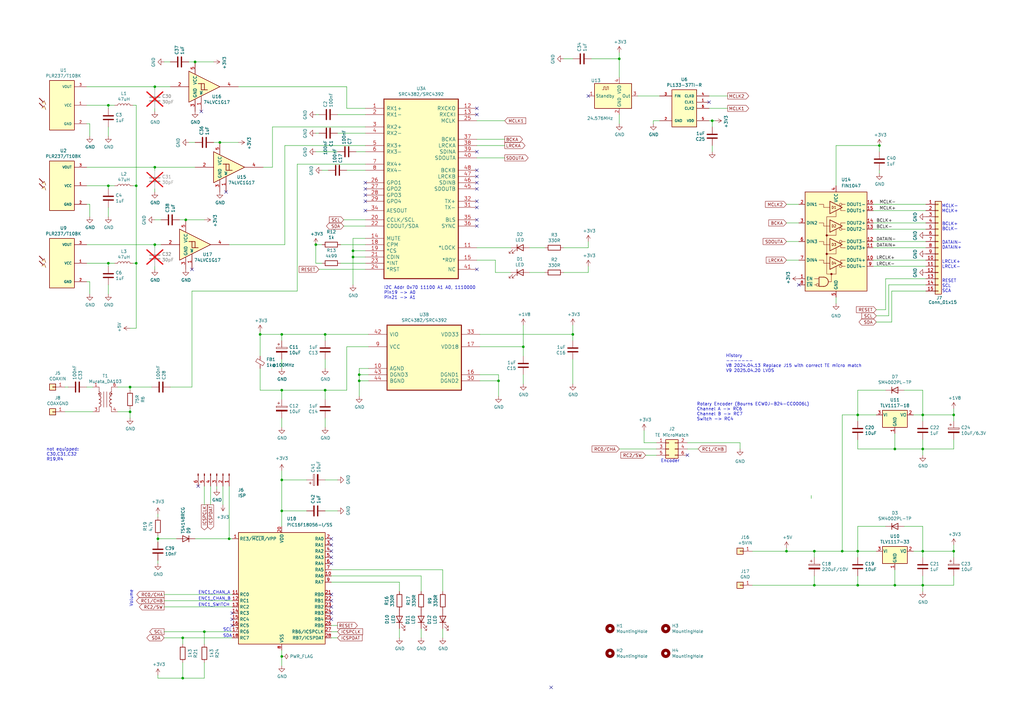
<source format=kicad_sch>
(kicad_sch (version 20250114) (generator "eeschema") (generator_version "9.0")
  (paper "A3")
  (title_block (title "Async sample rate converter") (date "2025-04-23") (rev "V9"))
  (text "ENC1_CHAN_B" (at 81.28 246.38 0) (effects (font (size 1.27 1.27)) (justify left bottom)))
  (text "I2C Addr 0x70 11100 A1 A0, 1110000\nPin19 -> A0\nPin21 -> A1\n\n\n" (at 157.48 127 0) (effects (font (size 1.27 1.27)) (justify left bottom)))
  (text "History\n-------\nV8 2024.04.13 Replace J15 with correct TE micro match\nV9 2025.04.20 LVDS" (at 297.688 149.098 0) (effects (font (size 1.27 1.27)) (justify left)))
  (text "ENC1_CHAN_A" (at 81.28 243.84 0) (effects (font (size 1.27 1.27)) (justify left bottom)))
  (text "SDA" (at 91.44 261.62 0) (effects (font (size 1.27 1.27)) (justify left bottom)))
  (text "DATAIN-\nDATAIN+" (at 390.398 100.584 0) (effects (font (size 1.27 1.27))))
  (text "LRCLK+\nLRCLK-" (at 390.144 108.458 0) (effects (font (size 1.27 1.27))))
  (text "MCLK-\nMCLK+" (at 389.636 85.598 0) (effects (font (size 1.27 1.27))))
  (text "ENC1_SWITCH" (at 81.28 248.92 0) (effects (font (size 1.27 1.27)) (justify left bottom)))
  (text "Rotary Encoder (Bourns ECW0J-B24-CC0006L)\nChannel A -> RC6\nChannel B -> RC7\nSwitch -> RC4" (at 285.75 172.72 0) (effects (font (size 1.27 1.27)) (justify left bottom)))
  (text "Volume" (at 54.61 248.92 90) (effects (font (size 1.27 1.27)) (justify left bottom)))
  (text "BCLK+\nBCLK-" (at 389.636 92.964 0) (effects (font (size 1.27 1.27))))
  (text "Encoder" (at 278.765 189.865 0) (effects (font (size 1.27 1.27)) (justify right bottom)))
  (text "not equipped:\nC30,C31,C32\nR19,R4" (at 19.05 189.23 0) (effects (font (size 1.27 1.27)) (justify left bottom)))
  (text "SCL" (at 91.44 259.08 0) (effects (font (size 1.27 1.27)) (justify left bottom)))
  (text "RESET\nSCL\nSCA" (at 386.334 117.348 0) (effects (font (size 1.27 1.27)) (justify left)))
  (junction (at 144.78 105.41))
  (junction (at 147.32 156.21))
  (junction (at 53.34 168.91))
  (junction (at 83.82 259.08))
  (junction (at 115.57 209.55))
  (junction (at 345.44 226.06))
  (junction (at 90.17 58.42))
  (junction (at 391.16 226.06))
  (junction (at 214.63 142.24))
  (junction (at 74.93 261.62))
  (junction (at 367.03 240.03))
  (junction (at 64.77 220.98))
  (junction (at 55.88 76.2))
  (junction (at 44.45 43.18))
  (junction (at 378.46 240.03))
  (junction (at 53.34 158.75))
  (junction (at 115.57 269.24))
  (junction (at 378.46 184.15))
  (junction (at 144.78 102.87))
  (junction (at 76.2 90.17))
  (junction (at 351.79 226.06))
  (junction (at 378.46 170.18))
  (junction (at 292.1 49.53))
  (junction (at 391.16 170.18))
  (junction (at 55.88 107.95))
  (junction (at 322.58 226.06))
  (junction (at 115.57 196.85))
  (junction (at 254 24.13))
  (junction (at 351.79 170.18))
  (junction (at 93.98 220.98))
  (junction (at 133.35 137.16))
  (junction (at 351.79 240.03))
  (junction (at 204.47 156.21))
  (junction (at 44.45 76.2))
  (junction (at 115.57 137.16))
  (junction (at 147.32 153.67))
  (junction (at 115.57 160.02))
  (junction (at 367.03 184.15))
  (junction (at 360.68 59.69))
  (junction (at 106.68 137.16))
  (junction (at 133.35 160.02))
  (junction (at 63.5 100.33))
  (junction (at 63.5 68.58))
  (junction (at 334.01 240.03))
  (junction (at 234.95 137.16))
  (junction (at 129.54 100.33))
  (junction (at 334.01 226.06))
  (junction (at 80.01 25.4))
  (junction (at 44.45 107.95))
  (junction (at 63.5 35.56))
  (junction (at 378.46 226.06))
  (junction (at 74.93 278.13))
  (no_connect (at 135.89 228.6))
  (no_connect (at 135.89 248.92))
  (no_connect (at 327.66 116.84))
  (no_connect (at 135.89 226.06))
  (no_connect (at 195.58 46.99))
  (no_connect (at 226.06 281.94))
  (no_connect (at 78.74 110.49))
  (no_connect (at 135.89 246.38))
  (no_connect (at 135.89 251.46))
  (no_connect (at 135.89 231.14))
  (no_connect (at 149.86 82.55))
  (no_connect (at 149.86 86.36))
  (no_connect (at 95.25 256.54))
  (no_connect (at 135.89 223.52))
  (no_connect (at 281.94 186.69))
  (no_connect (at 82.55 45.72))
  (no_connect (at 241.3 39.37))
  (no_connect (at 195.58 110.49))
  (no_connect (at 95.25 251.46))
  (no_connect (at 195.58 77.47))
  (no_connect (at 195.58 62.23))
  (no_connect (at 149.86 80.01))
  (no_connect (at 195.58 92.71))
  (no_connect (at 95.25 254))
  (no_connect (at 135.89 220.98))
  (no_connect (at 195.58 82.55))
  (no_connect (at 195.58 44.45))
  (no_connect (at 92.71 78.74))
  (no_connect (at 135.89 254))
  (no_connect (at 195.58 72.39))
  (no_connect (at 135.89 243.84))
  (no_connect (at 290.83 41.91))
  (no_connect (at 195.58 69.85))
  (no_connect (at 149.86 77.47))
  (no_connect (at 81.28 199.39))
  (no_connect (at 195.58 90.17))
  (no_connect (at 195.58 74.93))
  (no_connect (at 195.58 85.09))
  (no_connect (at 149.86 74.93))
  (wire (pts (xy 130.81 54.61) (xy 129.54 54.61)))
  (wire (pts (xy 367.03 184.15) (xy 351.79 184.15)))
  (wire (pts (xy 254 184.15) (xy 269.24 184.15)))
  (wire (pts (xy 46.99 43.18) (xy 44.45 43.18)))
  (wire (pts (xy 64.77 278.13) (xy 74.93 278.13)))
  (wire (pts (xy 303.53 181.61) (xy 303.53 184.15)))
  (wire (pts (xy 93.98 220.98) (xy 95.25 220.98)))
  (wire (pts (xy 35.56 68.58) (xy 63.5 68.58)))
  (wire (pts (xy 147.32 156.21) (xy 147.32 153.67)))
  (wire (pts (xy 363.22 114.3) (xy 379.73 114.3)))
  (wire (pts (xy 195.58 101.6) (xy 209.55 101.6)))
  (wire (pts (xy 63.5 36.83) (xy 63.5 35.56)))
  (wire (pts (xy 351.79 228.6) (xy 351.79 226.06)))
  (wire (pts (xy 44.45 77.47) (xy 44.45 76.2)))
  (wire (pts (xy 364.49 116.84) (xy 379.73 116.84)))
  (wire (pts (xy 378.46 160.02) (xy 370.84 160.02)))
  (wire (pts (xy 139.7 107.95) (xy 149.86 107.95)))
  (wire (pts (xy 351.79 170.18) (xy 359.41 170.18)))
  (wire (pts (xy 149.86 54.61) (xy 138.43 54.61)))
  (wire (pts (xy 93.98 199.39) (xy 93.98 220.98)))
  (wire (pts (xy 133.35 151.13) (xy 133.35 147.32)))
  (wire (pts (xy 378.46 170.18) (xy 374.65 170.18)))
  (wire (pts (xy 195.58 49.53) (xy 207.01 49.53)))
  (wire (pts (xy 322.58 99.06) (xy 327.66 99.06)))
  (wire (pts (xy 378.46 228.6) (xy 378.46 226.06)))
  (wire (pts (xy 111.76 68.58) (xy 111.76 52.07)))
  (wire (pts (xy 342.9 59.69) (xy 360.68 59.69)))
  (wire (pts (xy 73.66 90.17) (xy 76.2 90.17)))
  (wire (pts (xy 142.24 69.85) (xy 149.86 69.85)))
  (wire (pts (xy 90.17 58.42) (xy 97.79 58.42)))
  (wire (pts (xy 77.47 58.42) (xy 80.01 58.42)))
  (wire (pts (xy 80.01 25.4) (xy 87.63 25.4)))
  (wire (pts (xy 86.36 199.39) (xy 86.36 207.01)))
  (wire (pts (xy 351.79 172.72) (xy 351.79 170.18)))
  (wire (pts (xy 358.14 99.06) (xy 379.73 99.06)))
  (wire (pts (xy 53.34 171.45) (xy 53.34 168.91)))
  (wire (pts (xy 234.95 133.35) (xy 234.95 137.16)))
  (wire (pts (xy 133.35 137.16) (xy 115.57 137.16)))
  (wire (pts (xy 359.41 129.54) (xy 364.49 129.54)))
  (wire (pts (xy 64.77 212.09) (xy 64.77 210.82)))
  (wire (pts (xy 149.86 46.99) (xy 138.43 46.99)))
  (wire (pts (xy 142.24 35.56) (xy 142.24 44.45)))
  (wire (pts (xy 378.46 186.69) (xy 378.46 184.15)))
  (wire (pts (xy 134.62 69.85) (xy 132.08 69.85)))
  (wire (pts (xy 88.9 199.39) (xy 88.9 200.66)))
  (wire (pts (xy 204.47 153.67) (xy 204.47 156.21)))
  (wire (pts (xy 135.89 233.68) (xy 181.61 233.68)))
  (wire (pts (xy 358.14 109.22) (xy 379.73 109.22)))
  (wire (pts (xy 133.35 139.7) (xy 133.35 137.16)))
  (wire (pts (xy 391.16 184.15) (xy 391.16 180.34)))
  (wire (pts (xy 359.41 132.08) (xy 365.76 132.08)))
  (wire (pts (xy 83.82 259.08) (xy 83.82 264.16)))
  (wire (pts (xy 35.56 76.2) (xy 44.45 76.2)))
  (wire (pts (xy 44.45 120.65) (xy 44.45 116.84)))
  (wire (pts (xy 308.61 226.06) (xy 322.58 226.06)))
  (wire (pts (xy 64.77 220.98) (xy 72.39 220.98)))
  (wire (pts (xy 121.92 67.31) (xy 149.86 67.31)))
  (wire (pts (xy 63.5 100.33) (xy 35.56 100.33)))
  (wire (pts (xy 64.77 219.71) (xy 64.77 220.98)))
  (wire (pts (xy 264.16 181.61) (xy 264.16 176.53)))
  (wire (pts (xy 115.57 137.16) (xy 106.68 137.16)))
  (wire (pts (xy 332.74 204.47) (xy 332.74 203.2)))
  (wire (pts (xy 132.08 100.33) (xy 129.54 100.33)))
  (wire (pts (xy 172.72 257.81) (xy 172.72 261.62)))
  (wire (pts (xy 351.79 184.15) (xy 351.79 180.34)))
  (wire (pts (xy 358.14 101.6) (xy 379.73 101.6)))
  (wire (pts (xy 334.01 226.06) (xy 345.44 226.06)))
  (wire (pts (xy 147.32 162.56) (xy 147.32 156.21)))
  (wire (pts (xy 132.08 107.95) (xy 129.54 107.95)))
  (wire (pts (xy 133.35 160.02) (xy 133.35 163.83)))
  (wire (pts (xy 290.83 44.45) (xy 298.45 44.45)))
  (wire (pts (xy 334.01 226.06) (xy 334.01 228.6)))
  (wire (pts (xy 106.68 137.16) (xy 106.68 135.89)))
  (wire (pts (xy 35.56 35.56) (xy 63.5 35.56)))
  (wire (pts (xy 358.14 86.36) (xy 379.73 86.36)))
  (wire (pts (xy 133.35 196.85) (xy 138.43 196.85)))
  (wire (pts (xy 35.56 158.75) (xy 38.1 158.75)))
  (wire (pts (xy 365.76 119.38) (xy 379.73 119.38)))
  (wire (pts (xy 67.31 25.4) (xy 69.85 25.4)))
  (wire (pts (xy 64.77 231.14) (xy 64.77 229.87)))
  (wire (pts (xy 129.54 107.95) (xy 129.54 100.33)))
  (wire (pts (xy 378.46 236.22) (xy 378.46 240.03)))
  (wire (pts (xy 378.46 184.15) (xy 391.16 184.15)))
  (wire (pts (xy 63.5 78.74) (xy 63.5 77.47)))
  (wire (pts (xy 115.57 175.26) (xy 115.57 171.45)))
  (wire (pts (xy 63.5 45.72) (xy 63.5 44.45)))
  (wire (pts (xy 351.79 170.18) (xy 345.44 170.18)))
  (wire (pts (xy 214.63 133.35) (xy 214.63 142.24)))
  (wire (pts (xy 130.81 110.49) (xy 149.86 110.49)))
  (wire (pts (xy 115.57 273.05) (xy 115.57 269.24)))
  (wire (pts (xy 139.7 100.33) (xy 149.86 100.33)))
  (wire (pts (xy 142.24 142.24) (xy 142.24 160.02)))
  (wire (pts (xy 151.13 156.21) (xy 147.32 156.21)))
  (wire (pts (xy 363.22 127) (xy 359.41 127)))
  (wire (pts (xy 133.35 209.55) (xy 138.43 209.55)))
  (wire (pts (xy 363.22 215.9) (xy 351.79 215.9)))
  (wire (pts (xy 133.35 175.26) (xy 133.35 171.45)))
  (wire (pts (xy 254 24.13) (xy 254 21.59)))
  (wire (pts (xy 135.89 236.22) (xy 172.72 236.22)))
  (wire (pts (xy 27.94 158.75) (xy 26.67 158.75)))
  (wire (pts (xy 214.63 146.05) (xy 214.63 142.24)))
  (wire (pts (xy 97.79 35.56) (xy 142.24 35.56)))
  (wire (pts (xy 67.31 246.38) (xy 95.25 246.38)))
  (wire (pts (xy 147.32 153.67) (xy 151.13 153.67)))
  (wire (pts (xy 26.67 168.91) (xy 38.1 168.91)))
  (wire (pts (xy 254 50.8) (xy 254 46.99)))
  (wire (pts (xy 129.54 62.23) (xy 138.43 62.23)))
  (wire (pts (xy 115.57 196.85) (xy 115.57 209.55)))
  (wire (pts (xy 391.16 167.64) (xy 391.16 170.18)))
  (wire (pts (xy 231.14 111.76) (xy 241.3 111.76)))
  (wire (pts (xy 115.57 151.13) (xy 115.57 147.32)))
  (wire (pts (xy 378.46 180.34) (xy 378.46 184.15)))
  (wire (pts (xy 322.58 91.44) (xy 327.66 91.44)))
  (wire (pts (xy 55.88 107.95) (xy 55.88 76.2)))
  (wire (pts (xy 36.83 83.82) (xy 35.56 83.82)))
  (wire (pts (xy 63.5 110.49) (xy 63.5 109.22)))
  (wire (pts (xy 292.1 52.07) (xy 292.1 49.53)))
  (wire (pts (xy 149.86 92.71) (xy 140.97 92.71)))
  (wire (pts (xy 116.84 59.69) (xy 149.86 59.69)))
  (wire (pts (xy 203.2 106.68) (xy 195.58 106.68)))
  (wire (pts (xy 163.83 242.57) (xy 163.83 238.76)))
  (wire (pts (xy 55.88 76.2) (xy 55.88 43.18)))
  (wire (pts (xy 391.16 240.03) (xy 391.16 236.22)))
  (wire (pts (xy 334.01 240.03) (xy 334.01 236.22)))
  (wire (pts (xy 83.82 259.08) (xy 95.25 259.08)))
  (wire (pts (xy 364.49 129.54) (xy 364.49 116.84)))
  (wire (pts (xy 63.5 69.85) (xy 63.5 68.58)))
  (wire (pts (xy 111.76 52.07) (xy 149.86 52.07)))
  (wire (pts (xy 142.24 44.45) (xy 149.86 44.45)))
  (wire (pts (xy 378.46 242.57) (xy 378.46 240.03)))
  (wire (pts (xy 115.57 163.83) (xy 115.57 160.02)))
  (wire (pts (xy 64.77 220.98) (xy 64.77 222.25)))
  (wire (pts (xy 351.79 226.06) (xy 359.41 226.06)))
  (wire (pts (xy 135.89 238.76) (xy 163.83 238.76)))
  (wire (pts (xy 358.14 83.82) (xy 379.73 83.82)))
  (wire (pts (xy 281.94 181.61) (xy 303.53 181.61)))
  (wire (pts (xy 209.55 111.76) (xy 203.2 111.76)))
  (wire (pts (xy 241.3 101.6) (xy 241.3 99.06)))
  (wire (pts (xy 254 24.13) (xy 254 31.75)))
  (wire (pts (xy 44.45 44.45) (xy 44.45 43.18)))
  (wire (pts (xy 46.99 107.95) (xy 44.45 107.95)))
  (wire (pts (xy 144.78 105.41) (xy 144.78 102.87)))
  (wire (pts (xy 63.5 90.17) (xy 66.04 90.17)))
  (wire (pts (xy 151.13 137.16) (xy 133.35 137.16)))
  (wire (pts (xy 378.46 226.06) (xy 374.65 226.06)))
  (wire (pts (xy 351.79 160.02) (xy 351.79 170.18)))
  (wire (pts (xy 133.35 160.02) (xy 142.24 160.02)))
  (wire (pts (xy 83.82 278.13) (xy 83.82 271.78)))
  (wire (pts (xy 378.46 240.03) (xy 391.16 240.03)))
  (wire (pts (xy 44.45 109.22) (xy 44.45 107.95)))
  (wire (pts (xy 204.47 156.21) (xy 196.85 156.21)))
  (wire (pts (xy 149.86 62.23) (xy 146.05 62.23)))
  (wire (pts (xy 115.57 160.02) (xy 106.68 160.02)))
  (wire (pts (xy 74.93 261.62) (xy 74.93 264.16)))
  (wire (pts (xy 358.14 93.98) (xy 379.73 93.98)))
  (wire (pts (xy 67.31 261.62) (xy 74.93 261.62)))
  (wire (pts (xy 391.16 170.18) (xy 378.46 170.18)))
  (wire (pts (xy 360.68 71.12) (xy 360.68 69.85)))
  (wire (pts (xy 261.62 39.37) (xy 270.51 39.37)))
  (wire (pts (xy 144.78 116.84) (xy 144.78 105.41)))
  (wire (pts (xy 195.58 59.69) (xy 207.01 59.69)))
  (wire (pts (xy 214.63 142.24) (xy 196.85 142.24)))
  (wire (pts (xy 342.9 76.2) (xy 342.9 59.69)))
  (wire (pts (xy 36.83 115.57) (xy 35.56 115.57)))
  (wire (pts (xy 290.83 39.37) (xy 298.45 39.37)))
  (wire (pts (xy 345.44 226.06) (xy 351.79 226.06)))
  (wire (pts (xy 281.94 184.15) (xy 286.385 184.15)))
  (wire (pts (xy 135.89 261.62) (xy 138.43 261.62)))
  (wire (pts (xy 351.79 215.9) (xy 351.79 226.06)))
  (wire (pts (xy 367.03 184.15) (xy 367.03 177.8)))
  (wire (pts (xy 351.79 240.03) (xy 334.01 240.03)))
  (wire (pts (xy 293.37 49.53) (xy 292.1 49.53)))
  (wire (pts (xy 358.14 106.68) (xy 379.73 106.68)))
  (wire (pts (xy 203.2 111.76) (xy 203.2 106.68)))
  (wire (pts (xy 69.85 158.75) (xy 78.74 158.75)))
  (wire (pts (xy 67.31 243.84) (xy 95.25 243.84)))
  (wire (pts (xy 53.34 158.75) (xy 62.23 158.75)))
  (wire (pts (xy 36.83 88.9) (xy 36.83 83.82)))
  (wire (pts (xy 115.57 193.04) (xy 115.57 196.85)))
  (wire (pts (xy 48.26 158.75) (xy 53.34 158.75)))
  (wire (pts (xy 63.5 35.56) (xy 69.85 35.56)))
  (wire (pts (xy 135.89 259.08) (xy 138.43 259.08)))
  (wire (pts (xy 322.58 83.82) (xy 327.66 83.82)))
  (wire (pts (xy 44.45 55.88) (xy 44.45 52.07)))
  (wire (pts (xy 36.83 50.8) (xy 35.56 50.8)))
  (wire (pts (xy 53.34 134.62) (xy 55.88 134.62)))
  (wire (pts (xy 367.03 240.03) (xy 351.79 240.03)))
  (wire (pts (xy 217.17 111.76) (xy 223.52 111.76)))
  (wire (pts (xy 172.72 236.22) (xy 172.72 242.57)))
  (wire (pts (xy 129.54 46.99) (xy 130.81 46.99)))
  (wire (pts (xy 269.24 181.61) (xy 264.16 181.61)))
  (wire (pts (xy 378.46 170.18) (xy 378.46 160.02)))
  (wire (pts (xy 345.44 170.18) (xy 345.44 226.06)))
  (wire (pts (xy 93.98 100.33) (xy 116.84 100.33)))
  (wire (pts (xy 35.56 107.95) (xy 44.45 107.95)))
  (wire (pts (xy 67.31 259.08) (xy 83.82 259.08)))
  (wire (pts (xy 144.78 102.87) (xy 149.86 102.87)))
  (wire (pts (xy 64.77 276.86) (xy 64.77 278.13)))
  (wire (pts (xy 195.58 57.15) (xy 207.01 57.15)))
  (wire (pts (xy 80.01 220.98) (xy 93.98 220.98)))
  (wire (pts (xy 77.47 25.4) (xy 80.01 25.4)))
  (wire (pts (xy 308.61 240.03) (xy 334.01 240.03)))
  (wire (pts (xy 363.22 160.02) (xy 351.79 160.02)))
  (wire (pts (xy 151.13 151.13) (xy 147.32 151.13)))
  (wire (pts (xy 78.74 119.38) (xy 78.74 158.75)))
  (wire (pts (xy 217.17 101.6) (xy 223.52 101.6)))
  (wire (pts (xy 149.86 97.79) (xy 144.78 97.79)))
  (wire (pts (xy 55.88 107.95) (xy 55.88 134.62)))
  (wire (pts (xy 351.79 240.03) (xy 351.79 236.22)))
  (wire (pts (xy 241.3 111.76) (xy 241.3 109.22)))
  (wire (pts (xy 292.1 62.23) (xy 292.1 59.69)))
  (wire (pts (xy 267.97 49.53) (xy 270.51 49.53)))
  (wire (pts (xy 48.26 168.91) (xy 53.34 168.91)))
  (wire (pts (xy 74.93 261.62) (xy 95.25 261.62)))
  (wire (pts (xy 36.83 120.65) (xy 36.83 115.57)))
  (wire (pts (xy 63.5 101.6) (xy 63.5 100.33)))
  (wire (pts (xy 115.57 209.55) (xy 115.57 215.9)))
  (wire (pts (xy 83.82 199.39) (xy 83.82 207.01)))
  (wire (pts (xy 234.95 137.16) (xy 234.95 139.7)))
  (wire (pts (xy 163.83 257.81) (xy 163.83 261.62)))
  (wire (pts (xy 142.24 142.24) (xy 151.13 142.24)))
  (wire (pts (xy 322.58 224.79) (xy 322.58 226.06)))
  (wire (pts (xy 267.97 50.8) (xy 267.97 49.53)))
  (wire (pts (xy 196.85 153.67) (xy 204.47 153.67)))
  (wire (pts (xy 55.88 76.2) (xy 54.61 76.2)))
  (wire (pts (xy 391.16 172.72) (xy 391.16 170.18)))
  (wire (pts (xy 322.58 226.06) (xy 334.01 226.06)))
  (wire (pts (xy 55.88 107.95) (xy 54.61 107.95)))
  (wire (pts (xy 322.58 106.68) (xy 327.66 106.68)))
  (wire (pts (xy 91.44 199.39) (xy 91.44 207.01)))
  (wire (pts (xy 378.46 184.15) (xy 367.03 184.15)))
  (wire (pts (xy 363.22 114.3) (xy 363.22 127)))
  (wire (pts (xy 121.92 119.38) (xy 78.74 119.38)))
  (wire (pts (xy 106.68 151.13) (xy 106.68 160.02)))
  (wire (pts (xy 115.57 160.02) (xy 133.35 160.02)))
  (wire (pts (xy 121.92 67.31) (xy 121.92 119.38)))
  (wire (pts (xy 74.93 271.78) (xy 74.93 278.13)))
  (wire (pts (xy 391.16 226.06) (xy 378.46 226.06)))
  (wire (pts (xy 367.03 240.03) (xy 367.03 233.68)))
  (wire (pts (xy 391.16 223.52) (xy 391.16 226.06)))
  (wire (pts (xy 292.1 49.53) (xy 290.83 49.53)))
  (wire (pts (xy 149.86 105.41) (xy 144.78 105.41)))
  (wire (pts (xy 53.34 168.91) (xy 53.34 167.64)))
  (wire (pts (xy 115.57 269.24) (xy 115.57 266.7)))
  (wire (pts (xy 360.68 59.69) (xy 360.68 62.23)))
  (wire (pts (xy 181.61 233.68) (xy 181.61 242.57)))
  (wire (pts (xy 378.46 226.06) (xy 378.46 215.9)))
  (wire (pts (xy 214.63 157.48) (xy 214.63 153.67)))
  (wire (pts (xy 54.61 43.18) (xy 55.88 43.18)))
  (wire (pts (xy 234.95 157.48) (xy 234.95 147.32)))
  (wire (pts (xy 207.01 64.77) (xy 195.58 64.77)))
  (wire (pts (xy 36.83 55.88) (xy 36.83 50.8)))
  (wire (pts (xy 391.16 228.6) (xy 391.16 226.06)))
  (wire (pts (xy 53.34 160.02) (xy 53.34 158.75)))
  (wire (pts (xy 342.9 121.92) (xy 342.9 124.46)))
  (wire (pts (xy 147.32 151.13) (xy 147.32 153.67)))
  (wire (pts (xy 116.84 59.69) (xy 116.84 100.33)))
  (wire (pts (xy 63.5 68.58) (xy 80.01 68.58)))
  (wire (pts (xy 378.46 172.72) (xy 378.46 170.18)))
  (wire (pts (xy 115.57 196.85) (xy 125.73 196.85)))
  (wire (pts (xy 135.89 256.54) (xy 138.43 256.54)))
  (wire (pts (xy 378.46 240.03) (xy 367.03 240.03)))
  (wire (pts (xy 74.93 278.13) (xy 83.82 278.13)))
  (wire (pts (xy 125.73 209.55) (xy 115.57 209.55)))
  (wire (pts (xy 181.61 257.81) (xy 181.61 261.62)))
  (wire (pts (xy 115.57 137.16) (xy 115.57 139.7)))
  (wire (pts (xy 231.14 101.6) (xy 241.3 101.6)))
  (wire (pts (xy 231.14 24.13) (xy 234.95 24.13)))
  (wire (pts (xy 35.56 43.18) (xy 44.45 43.18)))
  (wire (pts (xy 87.63 58.42) (xy 90.17 58.42)))
  (wire (pts (xy 46.99 76.2) (xy 44.45 76.2)))
  (wire (pts (xy 254 24.13) (xy 242.57 24.13)))
  (wire (pts (xy 264.795 186.69) (xy 269.24 186.69)))
  (wire (pts (xy 378.46 215.9) (xy 370.84 215.9)))
  (wire (pts (xy 106.68 146.05) (xy 106.68 137.16)))
  (wire (pts (xy 144.78 97.79) (xy 144.78 102.87)))
  (wire (pts (xy 365.76 132.08) (xy 365.76 119.38)))
  (wire (pts (xy 107.95 68.58) (xy 111.76 68.58)))
  (wire (pts (xy 76.2 90.17) (xy 83.82 90.17)))
  (wire (pts (xy 67.31 248.92) (xy 95.25 248.92)))
  (wire (pts (xy 44.45 88.9) (xy 44.45 85.09)))
  (wire (pts (xy 63.5 100.33) (xy 66.04 100.33)))
  (wire (pts (xy 358.14 91.44) (xy 379.73 91.44)))
  (wire (pts (xy 204.47 162.56) (xy 204.47 156.21)))
  (wire (pts (xy 140.97 90.17) (xy 149.86 90.17)))
  (wire (pts (xy 196.85 137.16) (xy 234.95 137.16)))
  (label "LRCLK-" (at 359.41 109.22 0))
  (label "DATAIN+" (at 359.41 101.6 0))
  (label "BCLK+" (at 359.41 91.44 0))
  (label "MCLK+" (at 360.68 86.36 0))
  (label "BCLK-" (at 359.41 93.98 0))
  (label "LRCLK+" (at 359.41 106.68 0))
  (label "DATAIN-" (at 359.41 99.06 0))
  (label "MCLK-" (at 360.68 83.82 0))
  (global_label "SCL" (shape input) (at 140.97 90.17 180) (property "Intersheetrefs" "${INTERSHEET_REFS}" (effects (hide yes))))
  (global_label "MCLK1" (shape input) (at 207.01 49.53 0) (property "Intersheetrefs" "${INTERSHEET_REFS}" (effects (hide yes))))
  (global_label "RC2{slash}SW" (shape input) (at 264.795 186.69 180) (property "Intersheetrefs" "${INTERSHEET_REFS}" (effects (hide yes))))
  (global_label "LRCKA" (shape input) (at 322.58 106.68 180) (property "Intersheetrefs" "${INTERSHEET_REFS}" (effects (hide yes))))
  (global_label "LRCKA" (shape output) (at 207.01 59.69 0) (property "Intersheetrefs" "${INTERSHEET_REFS}" (effects (hide yes))))
  (global_label "SDA" (shape bidirectional) (at 67.31 261.62 180) (property "Intersheetrefs" "${INTERSHEET_REFS}" (effects (hide yes))))
  (global_label "SCL" (shape output) (at 67.31 259.08 180) (property "Intersheetrefs" "${INTERSHEET_REFS}" (effects (hide yes))))
  (global_label "RC0{slash}CHA" (shape input) (at 254 184.15 180) (property "Intersheetrefs" "${INTERSHEET_REFS}" (effects (hide yes))))
  (global_label "SCL" (shape input) (at 359.41 129.54 180) (property "Intersheetrefs" "${INTERSHEET_REFS}" (effects (hide yes))))
  (global_label "SDA" (shape bidirectional) (at 140.97 92.71 180) (property "Intersheetrefs" "${INTERSHEET_REFS}" (effects (hide yes))))
  (global_label "SDA" (shape bidirectional) (at 359.41 132.08 180) (property "Intersheetrefs" "${INTERSHEET_REFS}" (effects (hide yes))))
  (global_label "RESET" (shape output) (at 138.43 256.54 0) (property "Intersheetrefs" "${INTERSHEET_REFS}" (effects (hide yes))))
  (global_label "RC0{slash}CHA" (shape output) (at 67.31 243.84 180) (property "Intersheetrefs" "${INTERSHEET_REFS}" (effects (hide yes))))
  (global_label "MCLK1" (shape output) (at 298.45 44.45 0) (property "Intersheetrefs" "${INTERSHEET_REFS}" (effects (hide yes))))
  (global_label "ICSPCLK" (shape output) (at 83.82 207.01 270) (property "Intersheetrefs" "${INTERSHEET_REFS}" (effects (hide yes))))
  (global_label "RC1{slash}CHB" (shape input) (at 286.385 184.15 0) (property "Intersheetrefs" "${INTERSHEET_REFS}" (effects (hide yes))))
  (global_label "SDOUTA" (shape output) (at 207.01 64.77 0) (property "Intersheetrefs" "${INTERSHEET_REFS}" (effects (hide yes))))
  (global_label "RESET" (shape input) (at 130.81 110.49 180) (property "Intersheetrefs" "${INTERSHEET_REFS}" (effects (hide yes))))
  (global_label "MCLK2" (shape input) (at 322.58 83.82 180) (property "Intersheetrefs" "${INTERSHEET_REFS}" (effects (hide yes))))
  (global_label "RC1{slash}CHB" (shape output) (at 67.31 246.38 180) (property "Intersheetrefs" "${INTERSHEET_REFS}" (effects (hide yes))))
  (global_label "MCLK2" (shape output) (at 298.45 39.37 0) (property "Intersheetrefs" "${INTERSHEET_REFS}" (effects (hide yes))))
  (global_label "BCKA" (shape input) (at 322.58 91.44 180) (property "Intersheetrefs" "${INTERSHEET_REFS}" (effects (hide yes))))
  (global_label "RESET" (shape input) (at 359.41 127 180) (property "Intersheetrefs" "${INTERSHEET_REFS}" (effects (hide yes))))
  (global_label "ICSPDAT" (shape output) (at 86.36 207.01 270) (property "Intersheetrefs" "${INTERSHEET_REFS}" (effects (hide yes))))
  (global_label "BCKA" (shape output) (at 207.01 57.15 0) (property "Intersheetrefs" "${INTERSHEET_REFS}" (effects (hide yes))))
  (global_label "ICSPDAT" (shape input) (at 138.43 261.62 0) (property "Intersheetrefs" "${INTERSHEET_REFS}" (effects (hide yes))))
  (global_label "SDOUTA" (shape input) (at 322.58 99.06 180) (property "Intersheetrefs" "${INTERSHEET_REFS}" (effects (hide yes))))
  (global_label "RC2{slash}SW" (shape output) (at 67.31 248.92 180) (property "Intersheetrefs" "${INTERSHEET_REFS}" (effects (hide yes))))
  (global_label "ICSPCLK" (shape input) (at 138.43 259.08 0) (property "Intersheetrefs" "${INTERSHEET_REFS}" (effects (hide yes))))
  (symbol (lib_id "kicad-snk:SRC4392") (at 149.86 44.45 0) (unit 1)
    (property "Reference" "U3" (at 172.72 36.322 0))
    (property "Value" "SRC4382/SRC4392" (at 172.72 38.6334 0))
    (property "Footprint" "Package_QFP:TQFP-48_7x7mm_P0.5mm" (effects (hide yes)))
    (property "manf#" "SRC4392IPFBR" (effects (hide yes)))
  )
  (symbol (lib_id "kicad-snk:SRC4392") (at 151.13 137.16 0) (unit 2)
    (property "Reference" "U3" (at 173.99 129.032 0))
    (property "Value" "SRC4382/SRC4392" (at 173.99 131.3434 0))
    (property "Footprint" "Package_QFP:TQFP-48_7x7mm_P0.5mm" (effects (hide yes)))
    (property "manf#" "SRC4392IPFBR" (effects (hide yes)))
  )
  (symbol (lib_id "kicad-snk:PLR135-T10") (at 25.4 43.18 0) (mirror y) (unit 1)
    (property "Reference" "U1" (at 26.0096 28.7782 0))
    (property "Value" "PLR237/T10BK" (at 26.0096 31.0896 0))
    (property "Footprint" "PLR135-T10_PLT133-T10W" (effects (hide yes)))
    (property "manf#" "PLR135/T10" (effects (hide yes)))
  )
  (symbol (lib_id "Device:C") (at 134.62 46.99 270) (unit 1)
    (property "Reference" "C2" (at 133.4516 44.069 0) (effects (justify right)))
    (property "Value" "100nF" (at 135.763 44.069 0) (effects (justify right)))
    (property "Footprint" "Capacitor_SMD:C_0402_1005Metric_Pad0.74x0.62mm_HandSolder" (effects (hide yes)))
    (property "manf#" "CL10B104KB8NNNL" (effects (hide yes)))
  )
  (symbol (lib_id "Device:C") (at 134.62 54.61 90) (unit 1)
    (property "Reference" "C1" (at 135.7884 57.531 0) (effects (justify right)))
    (property "Value" "100nF" (at 133.477 57.531 0) (effects (justify right)))
    (property "Footprint" "Capacitor_SMD:C_0402_1005Metric_Pad0.74x0.62mm_HandSolder" (effects (hide yes)))
    (property "manf#" "CL10B104KB8NNNL" (effects (hide yes)))
  )
  (symbol (lib_id "Device:LED") (at 213.36 101.6 0) (unit 1)
    (property "Reference" "D2" (at 213.1822 96.0882 0))
    (property "Value" "LED" (at 213.1822 98.3996 0))
    (property "Footprint" "LED_SMD:LED_0603_1608Metric_Pad1.05x0.95mm_HandSolder" (effects (hide yes)))
    (property "manf#" "LG R971-KN-1" (effects (hide yes)))
  )
  (symbol (lib_id "Device:LED") (at 213.36 111.76 0) (unit 1)
    (property "Reference" "D1" (at 213.1822 106.2482 0))
    (property "Value" "LED" (at 213.1822 108.5596 0))
    (property "Footprint" "LED_SMD:LED_0603_1608Metric_Pad1.05x0.95mm_HandSolder" (effects (hide yes)))
    (property "manf#" "LG R971-KN-1" (effects (hide yes)))
  )
  (symbol (lib_id "Mechanical:MountingHole") (at 250.19 257.81 0) (unit 1)
    (property "Reference" "H1" (at 252.73 256.6416 0) (effects (justify left)))
    (property "Value" "MountingHole" (at 252.73 258.953 0) (effects (justify left)))
    (property "Footprint" "MountingHole:MountingHole_3.2mm_M3_Pad_Via" (effects (hide yes)))
  )
  (symbol (lib_id "Mechanical:MountingHole") (at 273.05 257.81 0) (unit 1)
    (property "Reference" "H3" (at 275.59 256.6416 0) (effects (justify left)))
    (property "Value" "MountingHole" (at 275.59 258.953 0) (effects (justify left)))
    (property "Footprint" "MountingHole:MountingHole_3.2mm_M3_Pad_Via" (effects (hide yes)))
  )
  (symbol (lib_id "Mechanical:MountingHole") (at 250.19 267.97 0) (unit 1)
    (property "Reference" "H2" (at 252.73 266.8016 0) (effects (justify left)))
    (property "Value" "MountingHole" (at 252.73 269.113 0) (effects (justify left)))
    (property "Footprint" "MountingHole:MountingHole_3.2mm_M3_Pad_Via" (effects (hide yes)))
  )
  (symbol (lib_id "Mechanical:MountingHole") (at 273.05 267.97 0) (unit 1)
    (property "Reference" "H4" (at 275.59 266.8016 0) (effects (justify left)))
    (property "Value" "MountingHole" (at 275.59 269.113 0) (effects (justify left)))
    (property "Footprint" "MountingHole:MountingHole_3.2mm_M3_Pad_Via" (effects (hide yes)))
  )
  (symbol (lib_id "Device:R") (at 227.33 101.6 270) (unit 1)
    (property "Reference" "R3" (at 227.33 96.3422 90))
    (property "Value" "330R" (at 227.33 98.6536 90))
    (property "Footprint" "Resistor_SMD:R_0603_1608Metric_Pad0.98x0.95mm_HandSolder" (effects (hide yes)))
    (property "manf#" "RT0603FRD07330RL" (effects (hide yes)))
  )
  (symbol (lib_id "Device:R") (at 227.33 111.76 270) (unit 1)
    (property "Reference" "R2" (at 227.33 106.5022 90))
    (property "Value" "330R" (at 227.33 108.8136 90))
    (property "Footprint" "Resistor_SMD:R_0603_1608Metric_Pad0.98x0.95mm_HandSolder" (effects (hide yes)))
    (property "manf#" "RT0603FRD07330RL" (effects (hide yes)))
  )
  (symbol (lib_id "power:+3.3V") (at 241.3 99.06 0) (unit 1)
    (property "Reference" "#PWR0101" (effects (hide yes)))
    (property "Value" "+3V3" (at 241.681 94.6658 0))
  )
  (symbol (lib_id "power:+3.3V") (at 241.3 109.22 0) (unit 1)
    (property "Reference" "#PWR0102" (effects (hide yes)))
    (property "Value" "+3V3" (at 241.681 104.8258 0))
  )
  (symbol (lib_id "Device:C") (at 44.45 48.26 180) (unit 1)
    (property "Reference" "C3" (at 47.371 47.0916 0) (effects (justify right)))
    (property "Value" "1uF" (at 47.371 49.403 0) (effects (justify right)))
    (property "Footprint" "Capacitor_SMD:C_0603_1608Metric_Pad1.08x0.95mm_HandSolder" (effects (hide yes)))
    (property "manf#" "CL10B104KB8NNNL" (effects (hide yes)))
  )
  (symbol (lib_id "power:GND") (at 36.83 55.88 0) (unit 1)
    (property "Reference" "#PWR0104" (effects (hide yes)))
    (property "Value" "GND" (at 36.957 60.2742 0))
  )
  (symbol (lib_id "power:GND") (at 44.45 55.88 0) (unit 1)
    (property "Reference" "#PWR0105" (effects (hide yes)))
    (property "Value" "GND" (at 44.577 60.2742 0))
  )
  (symbol (lib_id "kicad-snk:PLR135-T10") (at 25.4 76.2 0) (mirror y) (unit 1)
    (property "Reference" "U2" (at 26.0096 61.7982 0))
    (property "Value" "PLR237/T10BK" (at 26.0096 64.1096 0))
    (property "Footprint" "PLR135-T10_PLT133-T10W" (effects (hide yes)))
    (property "manf#" "PLR135/T10" (effects (hide yes)))
  )
  (symbol (lib_id "Device:C") (at 44.45 81.28 180) (unit 1)
    (property "Reference" "C4" (at 47.371 80.1116 0) (effects (justify right)))
    (property "Value" "1uF" (at 47.371 82.423 0) (effects (justify right)))
    (property "Footprint" "Capacitor_SMD:C_0603_1608Metric_Pad1.08x0.95mm_HandSolder" (effects (hide yes)))
    (property "manf#" "CL10B104KB8NNNL" (effects (hide yes)))
  )
  (symbol (lib_id "power:GND") (at 36.83 88.9 0) (unit 1)
    (property "Reference" "#PWR0107" (effects (hide yes)))
    (property "Value" "GND" (at 36.957 93.2942 0))
  )
  (symbol (lib_id "power:GND") (at 44.45 88.9 0) (unit 1)
    (property "Reference" "#PWR0108" (effects (hide yes)))
    (property "Value" "GND" (at 44.577 93.2942 0))
  )
  (symbol (lib_id "power:GND") (at 129.54 46.99 270) (unit 1)
    (property "Reference" "#PWR0109" (effects (hide yes)))
    (property "Value" "GND" (at 125.1458 47.117 0))
  )
  (symbol (lib_id "power:GND") (at 129.54 54.61 270) (unit 1)
    (property "Reference" "#PWR0110" (effects (hide yes)))
    (property "Value" "GND" (at 125.1458 54.737 0))
  )
  (symbol (lib_id "Device:C") (at 133.35 143.51 180) (unit 1)
    (property "Reference" "C13" (at 130.429 144.6784 0) (effects (justify left)))
    (property "Value" "1uF" (at 130.429 142.367 0) (effects (justify left)))
    (property "Footprint" "Capacitor_SMD:C_0603_1608Metric_Pad1.08x0.95mm_HandSolder" (effects (hide yes)))
    (property "manf#" "CL10B104KB8NNNL" (effects (hide yes)))
  )
  (symbol (lib_id "dac-rescue:CP-Device") (at 115.57 143.51 0) (unit 1)
    (property "Reference" "C11" (at 118.5672 142.3416 0) (effects (justify left)))
    (property "Value" "10uF" (at 118.5672 144.653 0) (effects (justify left)))
    (property "Footprint" "Capacitor_Tantalum_SMD:CP_EIA-2012-12_Kemet-R_HandSolder" (effects (hide yes)))
    (property "manf#" "TCJB106M025R0100" (effects (hide yes)))
  )
  (symbol (lib_id "Device:C") (at 133.35 167.64 180) (unit 1)
    (property "Reference" "C14" (at 130.429 168.8084 0) (effects (justify left)))
    (property "Value" "1uF" (at 130.429 166.497 0) (effects (justify left)))
    (property "Footprint" "Capacitor_SMD:C_0603_1608Metric_Pad1.08x0.95mm_HandSolder" (effects (hide yes)))
    (property "manf#" "CL10B104KB8NNNL" (effects (hide yes)))
  )
  (symbol (lib_id "dac-rescue:CP-Device") (at 115.57 167.64 0) (unit 1)
    (property "Reference" "C12" (at 118.5672 166.4716 0) (effects (justify left)))
    (property "Value" "10uF" (at 118.5672 168.783 0) (effects (justify left)))
    (property "Footprint" "Capacitor_Tantalum_SMD:CP_EIA-2012-12_Kemet-R_HandSolder" (effects (hide yes)))
    (property "manf#" "TCJB106M025R0100" (effects (hide yes)))
  )
  (symbol (lib_id "power:GND") (at 147.32 162.56 0) (unit 1)
    (property "Reference" "#PWR0124" (effects (hide yes)))
    (property "Value" "GND" (at 147.447 166.9542 0))
  )
  (symbol (lib_id "power:GND") (at 204.47 162.56 0) (unit 1)
    (property "Reference" "#PWR0125" (effects (hide yes)))
    (property "Value" "GND" (at 204.597 166.9542 0))
  )
  (symbol (lib_id "power:GND") (at 115.57 151.13 0) (unit 1)
    (property "Reference" "#PWR0126" (effects (hide yes)))
    (property "Value" "GND" (at 115.697 155.5242 0))
  )
  (symbol (lib_id "power:GND") (at 133.35 151.13 0) (unit 1)
    (property "Reference" "#PWR0127" (effects (hide yes)))
    (property "Value" "GND" (at 133.477 155.5242 0))
  )
  (symbol (lib_id "power:GND") (at 115.57 175.26 0) (unit 1)
    (property "Reference" "#PWR0128" (effects (hide yes)))
    (property "Value" "GND" (at 115.697 179.6542 0))
  )
  (symbol (lib_id "power:GND") (at 133.35 175.26 0) (unit 1)
    (property "Reference" "#PWR0129" (effects (hide yes)))
    (property "Value" "GND" (at 133.477 179.6542 0))
  )
  (symbol (lib_id "power:+3.3V") (at 106.68 135.89 0) (unit 1)
    (property "Reference" "#PWR0130" (effects (hide yes)))
    (property "Value" "+3V3" (at 107.061 131.4958 0))
  )
  (symbol (lib_id "Device:C") (at 214.63 149.86 180) (unit 1)
    (property "Reference" "C15" (at 211.709 151.0284 0) (effects (justify left)))
    (property "Value" "1uF" (at 211.709 148.717 0) (effects (justify left)))
    (property "Footprint" "Capacitor_SMD:C_0603_1608Metric_Pad1.08x0.95mm_HandSolder" (effects (hide yes)))
    (property "manf#" "CL10B104KB8NNNL" (effects (hide yes)))
  )
  (symbol (lib_id "Device:C") (at 234.95 143.51 180) (unit 1)
    (property "Reference" "C16" (at 232.029 144.6784 0) (effects (justify left)))
    (property "Value" "1uF" (at 232.029 142.367 0) (effects (justify left)))
    (property "Footprint" "Capacitor_SMD:C_0603_1608Metric_Pad1.08x0.95mm_HandSolder" (effects (hide yes)))
    (property "manf#" "CL10B104KB8NNNL" (effects (hide yes)))
  )
  (symbol (lib_id "power:GND") (at 214.63 157.48 0) (unit 1)
    (property "Reference" "#PWR0132" (effects (hide yes)))
    (property "Value" "GND" (at 214.757 161.8742 0))
  )
  (symbol (lib_id "power:GND") (at 234.95 157.48 0) (unit 1)
    (property "Reference" "#PWR0133" (effects (hide yes)))
    (property "Value" "GND" (at 235.077 161.8742 0))
  )
  (symbol (lib_id "power:+3.3V") (at 234.95 133.35 0) (unit 1)
    (property "Reference" "#PWR0134" (effects (hide yes)))
    (property "Value" "+3V3" (at 235.331 128.9558 0))
  )
  (symbol (lib_id "power:+1V8") (at 214.63 133.35 0) (unit 1)
    (property "Reference" "#PWR0135" (effects (hide yes)))
    (property "Value" "+1V8" (at 215.011 128.9558 0))
  )
  (symbol (lib_id "Device:L") (at 50.8 43.18 90) (unit 1)
    (property "Reference" "L1" (at 50.8 38.354 90))
    (property "Value" "47uH" (at 50.8 40.6654 90))
    (property "Footprint" "Inductor_SMD:L_0805_2012Metric_Pad1.05x1.20mm_HandSolder" (effects (hide yes)))
    (property "manf#" "MLZ2012M470WT000" (effects (hide yes)))
  )
  (symbol (lib_id "Regulator_Linear:TLV1117-33") (at 367.03 226.06 0) (unit 1)
    (property "Reference" "U10" (at 367.03 219.9132 0))
    (property "Value" "TLV1117-33" (at 367.03 222.2246 0))
    (property "Footprint" "Package_TO_SOT_SMD:SOT-223-3_TabPin2" (effects (hide yes)))
    (property "Datasheet" "http://www.ti.com/lit/ds/symlink/tlv1117.pdf" (effects (hide yes)))
    (property "manf#" "TLV1117-33IDCYR" (effects (hide yes)))
  )
  (symbol (lib_id "dac-rescue:CP-Device") (at 334.01 232.41 0) (unit 1)
    (property "Reference" "C18" (at 337.0072 231.2416 0) (effects (justify left)))
    (property "Value" "220uF/10V" (at 337.0072 233.553 0) (effects (justify left)))
    (property "Footprint" "Capacitor_THT:CP_Radial_D6.3mm_P2.50mm" (effects (hide yes)))
    (property "manf#" "35YXF100MEFC8X11.5" (effects (hide yes)))
  )
  (symbol (lib_id "Device:C") (at 378.46 232.41 0) (unit 1)
    (property "Reference" "C21" (at 381.381 231.2416 0) (effects (justify left)))
    (property "Value" "1uF" (at 381.381 233.553 0) (effects (justify left)))
    (property "Footprint" "Capacitor_SMD:C_0805_2012Metric_Pad1.18x1.45mm_HandSolder" (effects (hide yes)))
    (property "manf#" "CL21B104KBCNNNC" (effects (hide yes)))
  )
  (symbol (lib_id "dac-rescue:CP-Device") (at 391.16 232.41 0) (unit 1)
    (property "Reference" "C23" (at 394.1572 231.2416 0) (effects (justify left)))
    (property "Value" "10uF" (at 394.1572 233.553 0) (effects (justify left)))
    (property "Footprint" "Capacitor_Tantalum_SMD:CP_EIA-2012-12_Kemet-R_HandSolder" (effects (hide yes)))
    (property "manf#" "TCJB106M025R0100" (effects (hide yes)))
  )
  (symbol (lib_id "power:GND") (at 378.46 242.57 0) (unit 1)
    (property "Reference" "#PWR0136" (effects (hide yes)))
    (property "Value" "GND" (at 378.587 246.9642 0))
  )
  (symbol (lib_id "power:+3.3V") (at 391.16 223.52 0) (unit 1)
    (property "Reference" "#PWR0137" (effects (hide yes)))
    (property "Value" "+3V3" (at 391.541 219.1258 0))
  )
  (symbol (lib_id "Device:C") (at 378.46 176.53 0) (unit 1)
    (property "Reference" "C22" (at 381.381 175.3616 0) (effects (justify left)))
    (property "Value" "1uF" (at 381.381 177.673 0) (effects (justify left)))
    (property "Footprint" "Capacitor_SMD:C_0805_2012Metric_Pad1.18x1.45mm_HandSolder" (effects (hide yes)))
    (property "manf#" "CL21B104KBCNNNC" (effects (hide yes)))
  )
  (symbol (lib_id "dac-rescue:CP-Device") (at 391.16 176.53 0) (unit 1)
    (property "Reference" "C24" (at 394.1572 175.3616 0) (effects (justify left)))
    (property "Value" "10uF/6.3V" (at 394.1572 177.673 0) (effects (justify left)))
    (property "Footprint" "Capacitor_Tantalum_SMD:CP_EIA-2012-12_Kemet-R_HandSolder" (effects (hide yes)))
    (property "manf#" "TCJB106M025R0100" (effects (hide yes)))
  )
  (symbol (lib_id "power:GND") (at 378.46 186.69 0) (unit 1)
    (property "Reference" "#PWR0138" (effects (hide yes)))
    (property "Value" "GND" (at 378.587 191.0842 0))
  )
  (symbol (lib_id "power:+5V") (at 322.58 224.79 0) (unit 1)
    (property "Reference" "#PWR0103" (effects (hide yes)))
    (property "Value" "+5V" (at 322.961 220.3958 0))
  )
  (symbol (lib_id "Regulator_Linear:TLV1117-18") (at 367.03 170.18 0) (unit 1)
    (property "Reference" "U11" (at 367.03 164.0332 0))
    (property "Value" "TLV1117-18" (at 367.03 166.3446 0))
    (property "Footprint" "Package_TO_SOT_SMD:SOT-223-3_TabPin2" (effects (hide yes)))
    (property "Datasheet" "http://www.ti.com/lit/ds/symlink/tlv1117.pdf" (effects (hide yes)))
    (property "manf#" "TLV1117-18CDCYR" (effects (hide yes)))
  )
  (symbol (lib_id "power:+1V8") (at 391.16 167.64 0) (unit 1)
    (property "Reference" "#PWR0139" (effects (hide yes)))
    (property "Value" "+1V8" (at 391.541 163.2458 0))
  )
  (symbol (lib_id "Device:C") (at 351.79 176.53 0) (unit 1)
    (property "Reference" "C20" (at 354.711 175.3616 0) (effects (justify left)))
    (property "Value" "10uF" (at 354.711 177.673 0) (effects (justify left)))
    (property "Footprint" "Capacitor_SMD:C_1206_3216Metric_Pad1.33x1.80mm_HandSolder" (effects (hide yes)))
    (property "manf#" "CL21B334KBFNNNE" (effects (hide yes)))
  )
  (symbol (lib_id "Device:C") (at 351.79 232.41 0) (unit 1)
    (property "Reference" "C19" (at 354.711 231.2416 0) (effects (justify left)))
    (property "Value" "10uF" (at 354.711 233.553 0) (effects (justify left)))
    (property "Footprint" "Capacitor_SMD:C_1206_3216Metric_Pad1.33x1.80mm_HandSolder" (effects (hide yes)))
    (property "manf#" "CL21B334KBFNNNE" (effects (hide yes)))
  )
  (symbol (lib_id "power:+5V") (at 53.34 134.62 90) (unit 1)
    (property "Reference" "#PWR0106" (effects (hide yes)))
    (property "Value" "+5V" (at 48.9458 134.239 0))
  )
  (symbol (lib_id "kicad-snk:PL133-37TI-R") (at 280.67 46.99 0) (unit 1)
    (property "Reference" "U6" (at 280.67 32.5882 0))
    (property "Value" "PL133-37TI-R" (at 280.67 34.8996 0))
    (property "Footprint" "Package_TO_SOT_SMD:SOT-23-6" (effects (hide yes)))
    (property "manf#" "PL133-37TI-R" (effects (hide yes)))
  )
  (symbol (lib_id "power:+3.3V") (at 293.37 49.53 270) (unit 1)
    (property "Reference" "#PWR0160" (effects (hide yes)))
    (property "Value" "+3V3" (at 297.7642 49.911 0))
  )
  (symbol (lib_id "Device:C") (at 292.1 55.88 180) (unit 1)
    (property "Reference" "C25" (at 289.179 57.0484 0) (effects (justify left)))
    (property "Value" "1uF" (at 289.179 54.737 0) (effects (justify left)))
    (property "Footprint" "Capacitor_SMD:C_0603_1608Metric_Pad1.08x0.95mm_HandSolder" (effects (hide yes)))
    (property "manf#" "CL10B104KB8NNNL" (effects (hide yes)))
  )
  (symbol (lib_id "power:GND") (at 292.1 62.23 0) (unit 1)
    (property "Reference" "#PWR0161" (effects (hide yes)))
    (property "Value" "GND" (effects (hide yes)))
  )
  (symbol (lib_id "power:GND") (at 267.97 50.8 0) (unit 1)
    (property "Reference" "#PWR0162" (effects (hide yes)))
    (property "Value" "GND" (at 268.097 55.1942 0))
  )
  (symbol (lib_id "power:GND") (at 144.78 116.84 0) (unit 1)
    (property "Reference" "#PWR0140" (effects (hide yes)))
    (property "Value" "GND" (at 144.907 121.2342 0))
  )
  (symbol (lib_id "Device:R") (at 135.89 100.33 270) (unit 1)
    (property "Reference" "R12" (at 135.89 95.0722 90))
    (property "Value" "1k" (at 135.89 97.3836 90))
    (property "Footprint" "Resistor_SMD:R_0402_1005Metric_Pad0.72x0.64mm_HandSolder" (effects (hide yes)))
    (property "manf#" "RT0603FRE071KL" (effects (hide yes)))
  )
  (symbol (lib_id "Device:R") (at 135.89 107.95 270) (unit 1)
    (property "Reference" "R13" (at 135.89 102.6922 90))
    (property "Value" "4k99" (at 135.89 105.0036 90))
    (property "Footprint" "Resistor_SMD:R_0402_1005Metric_Pad0.72x0.64mm_HandSolder" (effects (hide yes)))
    (property "manf#" "RT0603FRE074K99L" (effects (hide yes)))
  )
  (symbol (lib_id "power:+3.3V") (at 129.54 100.33 0) (unit 1)
    (property "Reference" "#PWR0141" (effects (hide yes)))
    (property "Value" "+3V3" (at 129.921 95.9358 0))
  )
  (symbol (lib_id "Device:L") (at 50.8 76.2 90) (unit 1)
    (property "Reference" "L2" (at 50.8 71.374 90))
    (property "Value" "47uH" (at 50.8 73.6854 90))
    (property "Footprint" "Inductor_SMD:L_0805_2012Metric_Pad1.05x1.20mm_HandSolder" (effects (hide yes)))
    (property "manf#" "MLZ2012M470WT000" (effects (hide yes)))
  )
  (symbol (lib_id "Device:C") (at 142.24 62.23 90) (mirror x) (unit 1)
    (property "Reference" "C7" (at 143.4084 59.309 0) (effects (justify right)))
    (property "Value" "100nF" (at 141.097 59.309 0) (effects (justify right)))
    (property "Footprint" "Capacitor_SMD:C_0402_1005Metric_Pad0.74x0.62mm_HandSolder" (effects (hide yes)))
    (property "manf#" "CL10B104KB8NNNL" (effects (hide yes)))
  )
  (symbol (lib_id "power:GND") (at 129.54 62.23 270) (unit 1)
    (property "Reference" "#PWR0151" (effects (hide yes)))
    (property "Value" "GND" (at 125.1458 62.357 0))
  )
  (symbol (lib_id "Device:C") (at 138.43 69.85 90) (mirror x) (unit 1)
    (property "Reference" "C17" (at 139.5984 66.929 0) (effects (justify right)))
    (property "Value" "100nF" (at 137.287 66.929 0) (effects (justify right)))
    (property "Footprint" "Capacitor_SMD:C_0402_1005Metric_Pad0.74x0.62mm_HandSolder" (effects (hide yes)))
    (property "manf#" "CL10B104KB8NNNL" (effects (hide yes)))
  )
  (symbol (lib_id "power:GND") (at 132.08 69.85 270) (unit 1)
    (property "Reference" "#PWR0152" (effects (hide yes)))
    (property "Value" "GND" (at 127.6858 69.977 0))
  )
  (symbol (lib_id "kicad-snk:Murata_DA103") (at 43.18 163.83 0) (unit 1)
    (property "Reference" "T1" (at 43.18 154.1526 0))
    (property "Value" "Murata_DA103" (at 43.18 156.464 0))
    (property "Footprint" "kicad-snk:DA100J" (effects (hide yes)))
  )
  (symbol (lib_id "Connector_Generic:Conn_01x01") (at 21.59 158.75 180) (unit 1)
    (property "Reference" "J5" (at 23.6728 153.035 0))
    (property "Value" "COAXIN" (at 23.6728 155.3464 0))
    (property "Footprint" "Connector_Pin:Pin_D1.0mm_L10.0mm" (effects (hide yes)))
  )
  (symbol (lib_id "Connector_Generic:Conn_01x01") (at 21.59 168.91 180) (unit 1)
    (property "Reference" "J8" (at 23.6728 163.195 0))
    (property "Value" "COAXGND" (at 23.6728 165.5064 0))
    (property "Footprint" "Connector_Pin:Pin_D1.0mm_L10.0mm" (effects (hide yes)))
  )
  (symbol (lib_id "Device:R") (at 53.34 163.83 180) (unit 1)
    (property "Reference" "R6" (at 58.5978 163.83 90))
    (property "Value" "75R" (at 56.2864 163.83 90))
    (property "Footprint" "Resistor_SMD:R_0603_1608Metric_Pad0.98x0.95mm_HandSolder" (effects (hide yes)))
    (property "manf#" "RNCP0603FTD75R0" (effects (hide yes)))
  )
  (symbol (lib_id "power:GND") (at 53.34 171.45 0) (unit 1)
    (property "Reference" "#PWR0154" (effects (hide yes)))
    (property "Value" "GND" (at 53.467 175.8442 0))
  )
  (symbol (lib_id "Device:C") (at 66.04 158.75 90) (mirror x) (unit 1)
    (property "Reference" "C28" (at 67.2084 155.829 0) (effects (justify right)))
    (property "Value" "100nF" (at 64.897 155.829 0) (effects (justify right)))
    (property "Footprint" "Capacitor_SMD:C_0603_1608Metric_Pad1.08x0.95mm_HandSolder" (effects (hide yes)))
    (property "manf#" "CL10B104KB8NNNL" (effects (hide yes)))
  )
  (symbol (lib_id "Device:C") (at 63.5 40.64 180) (unit 1) (dnp yes)
    (property "Reference" "C30" (at 66.421 39.4716 0) (effects (justify right)))
    (property "Value" "30pF" (at 66.421 41.783 0) (effects (justify right)))
    (property "Footprint" "Capacitor_SMD:C_0603_1608Metric_Pad1.08x0.95mm_HandSolder" (effects (hide yes)))
    (property "manf#" "CL10B104KB8NNNL" (effects (hide yes)))
  )
  (symbol (lib_id "power:GND") (at 63.5 45.72 0) (unit 1)
    (property "Reference" "#PWR0119" (effects (hide yes)))
    (property "Value" "GND" (at 63.627 50.1142 0))
  )
  (symbol (lib_id "Device:C") (at 63.5 73.66 180) (unit 1) (dnp yes)
    (property "Reference" "C31" (at 66.421 72.4916 0) (effects (justify right)))
    (property "Value" "30pF" (at 66.421 74.803 0) (effects (justify right)))
    (property "Footprint" "Capacitor_SMD:C_0603_1608Metric_Pad1.08x0.95mm_HandSolder" (effects (hide yes)))
    (property "manf#" "CL10B104KB8NNNL" (effects (hide yes)))
  )
  (symbol (lib_id "power:GND") (at 63.5 78.74 0) (unit 1)
    (property "Reference" "#PWR0120" (effects (hide yes)))
    (property "Value" "GND" (at 63.627 83.1342 0))
  )
  (symbol (lib_id "Device:C") (at 63.5 105.41 180) (unit 1) (dnp yes)
    (property "Reference" "C32" (at 66.421 104.2416 0) (effects (justify right)))
    (property "Value" "30pF" (at 66.421 106.553 0) (effects (justify right)))
    (property "Footprint" "Capacitor_SMD:C_0603_1608Metric_Pad1.08x0.95mm_HandSolder" (effects (hide yes)))
    (property "manf#" "CL10B104KB8NNNL" (effects (hide yes)))
  )
  (symbol (lib_id "power:GND") (at 63.5 110.49 0) (unit 1)
    (property "Reference" "#PWR0170" (effects (hide yes)))
    (property "Value" "GND" (at 63.627 114.8842 0))
  )
  (symbol (lib_id "Device:C") (at 31.75 158.75 90) (mirror x) (unit 1)
    (property "Reference" "C33" (at 32.9184 155.829 0) (effects (justify right)))
    (property "Value" "100nF" (at 30.607 155.829 0) (effects (justify right)))
    (property "Footprint" "Capacitor_SMD:C_0603_1608Metric_Pad1.08x0.95mm_HandSolder" (effects (hide yes)))
    (property "manf#" "CL10B104KB8NNNL" (effects (hide yes)))
  )
  (symbol (lib_id "kicad-snk:PLR135-T10") (at 25.4 107.95 0) (mirror y) (unit 1)
    (property "Reference" "U9" (at 26.0096 93.5482 0))
    (property "Value" "PLR237/T10BK" (at 26.0096 95.8596 0))
    (property "Footprint" "PLR135-T10_PLT133-T10W" (effects (hide yes)))
    (property "manf#" "PLR135/T10" (effects (hide yes)))
  )
  (symbol (lib_id "Device:C") (at 44.45 113.03 180) (unit 1)
    (property "Reference" "C6" (at 47.371 111.8616 0) (effects (justify right)))
    (property "Value" "1uF" (at 47.371 114.173 0) (effects (justify right)))
    (property "Footprint" "Capacitor_SMD:C_0603_1608Metric_Pad1.08x0.95mm_HandSolder" (effects (hide yes)))
    (property "manf#" "CL10B104KB8NNNL" (effects (hide yes)))
  )
  (symbol (lib_id "power:GND") (at 36.83 120.65 0) (unit 1)
    (property "Reference" "#PWR0169" (effects (hide yes)))
    (property "Value" "GND" (at 36.957 125.0442 0))
  )
  (symbol (lib_id "power:GND") (at 44.45 120.65 0) (unit 1)
    (property "Reference" "#PWR0167" (effects (hide yes)))
    (property "Value" "GND" (at 44.577 125.0442 0))
  )
  (symbol (lib_id "Device:L") (at 50.8 107.95 90) (unit 1)
    (property "Reference" "L3" (at 50.8 103.124 90))
    (property "Value" "47uH" (at 50.8 105.4354 90))
    (property "Footprint" "Inductor_SMD:L_0805_2012Metric_Pad1.05x1.20mm_HandSolder" (effects (hide yes)))
    (property "manf#" "MLZ2012M470WT000" (effects (hide yes)))
  )
  (symbol (lib_id "Connector_Generic:Conn_01x01") (at 303.53 226.06 180) (unit 1)
    (property "Reference" "J16" (at 305.6128 220.345 0))
    (property "Value" "+5VIN" (at 305.6128 222.6564 0))
    (property "Footprint" "Connector_Pin:Pin_D1.0mm_L10.0mm" (effects (hide yes)))
  )
  (symbol (lib_id "Connector_Generic:Conn_01x01") (at 303.53 240.03 180) (unit 1)
    (property "Reference" "J17" (at 305.6128 234.315 0))
    (property "Value" "GND" (at 305.6128 236.6264 0))
    (property "Footprint" "Connector_Pin:Pin_D1.0mm_L10.0mm" (effects (hide yes)))
  )
  (symbol (lib_id "dac-rescue:Ferrite_Bead_Small-Device") (at 106.68 148.59 0) (unit 1)
    (property "Reference" "FB1" (at 109.22 147.4216 0) (effects (justify left)))
    (property "Value" "1k@100MHz" (at 109.22 149.733 0) (effects (justify left)))
    (property "Footprint" "Capacitor_SMD:C_0603_1608Metric_Pad1.08x0.95mm_HandSolder" (effects (hide yes)))
    (property "manf#" "742792662" (effects (hide yes)))
  )
  (symbol (lib_id "Device:C") (at 73.66 25.4 270) (unit 1)
    (property "Reference" "C37" (at 72.4916 22.479 0) (effects (justify right)))
    (property "Value" "1uF" (at 74.803 22.479 0) (effects (justify right)))
    (property "Footprint" "Capacitor_SMD:C_0603_1608Metric_Pad1.08x0.95mm_HandSolder" (effects (hide yes)))
    (property "manf#" "CL10B104KB8NNNL" (effects (hide yes)))
  )
  (symbol (lib_name "+3.3V_20") (lib_id "power:+3.3V") (at 64.77 210.82 0) (unit 1)
    (property "Reference" "#PWR09" (effects (hide yes)))
    (property "Value" "+3V3" (at 64.77 205.74 0))
  )
  (symbol (lib_id "power:PWR_FLAG") (at 115.57 269.24 270) (unit 1)
    (property "Reference" "#FLG01" (effects (hide yes)))
    (property "Value" "PWR_FLAG" (at 118.8212 269.24 90) (effects (justify left)))
  )
  (symbol (lib_id "Connector:Conn_01x06_Male") (at 88.9 194.31 270) (unit 1)
    (property "Reference" "J6" (at 97.6376 200.9648 90) (effects (justify left)))
    (property "Value" "ISP" (at 97.6376 203.2762 90) (effects (justify left)))
    (property "Footprint" "Connector_PinHeader_2.54mm:PinHeader_1x06_P2.54mm_Vertical" (effects (hide yes)))
  )
  (symbol (lib_name "+3.3V_11") (lib_id "power:+3.3V") (at 97.79 58.42 270) (unit 1)
    (property "Reference" "#PWR0176" (effects (hide yes)))
    (property "Value" "+3V3" (at 102.1842 58.801 0))
  )
  (symbol (lib_name "GND_60") (lib_id "power:GND") (at 379.73 111.76 270) (unit 1)
    (property "Reference" "#PWR0153" (effects (hide yes)))
    (property "Value" "GND" (at 375.3358 111.887 0))
  )
  (symbol (lib_name "+3.3V_2") (lib_id "power:+3.3V") (at 254 21.59 0) (unit 1)
    (property "Reference" "#PWR0171" (effects (hide yes)))
    (property "Value" "+3V3" (at 254.381 17.1958 0))
  )
  (symbol (lib_name "GND_33") (lib_id "power:GND") (at 90.17 78.74 0) (unit 1)
    (property "Reference" "#PWR0175" (effects (hide yes)))
    (property "Value" "GND" (at 90.297 83.1342 0))
  )
  (symbol (lib_id "Device:R") (at 64.77 215.9 0) (unit 1)
    (property "Reference" "R19" (at 59.5122 215.9 90))
    (property "Value" "4.7k" (at 61.8236 215.9 90))
    (property "Footprint" "Resistor_SMD:R_0603_1608Metric_Pad0.98x0.95mm_HandSolder" (effects (hide yes)))
  )
  (symbol (lib_name "GND_57") (lib_id "power:GND") (at 138.43 196.85 90) (unit 1)
    (property "Reference" "#PWR016" (effects (hide yes)))
    (property "Value" "GND" (at 142.8242 196.723 0))
  )
  (symbol (lib_name "GND_48") (lib_id "power:GND") (at 379.73 104.14 270) (unit 1)
    (property "Reference" "#PWR0150" (effects (hide yes)))
    (property "Value" "GND" (at 375.3358 104.267 0))
  )
  (symbol (lib_name "74LVC1G17_1") (lib_id "74xGxx:74LVC1G17") (at 85.09 35.56 0) (unit 1)
    (property "Reference" "U16" (at 88.9 39.5986 0))
    (property "Value" "74LVC1G17" (at 88.9 41.91 0))
    (property "Footprint" "Package_TO_SOT_SMD:SOT-23-5" (effects (hide yes)))
    (property "Datasheet" "https://www.ti.com/lit/ds/symlink/sn74lvc1g17.pdf" (effects (hide yes)))
  )
  (symbol (lib_name "GND_47") (lib_id "power:GND") (at 172.72 261.62 0) (unit 1)
    (property "Reference" "#PWR040" (effects (hide yes)))
    (property "Value" "GND" (at 172.847 266.0142 0))
  )
  (symbol (lib_id "Device:R") (at 83.82 267.97 180) (unit 1)
    (property "Reference" "R24" (at 89.0778 267.97 90))
    (property "Value" "1k3" (at 86.7664 267.97 90))
    (property "Footprint" "Resistor_SMD:R_0603_1608Metric_Pad0.98x0.95mm_HandSolder" (effects (hide yes)))
    (property "manf#" "RT0603FRE074K99L" (effects (hide yes)))
  )
  (symbol (lib_id "Device:R") (at 181.61 246.38 0) (unit 1)
    (property "Reference" "R9" (at 176.3522 246.38 90))
    (property "Value" "330R" (at 178.6636 246.38 90))
    (property "Footprint" "Resistor_SMD:R_0603_1608Metric_Pad0.98x0.95mm_HandSolder" (effects (hide yes)))
    (property "manf#" "RT0603FRD07330RL" (effects (hide yes)))
  )
  (symbol (lib_name "LED_2") (lib_id "Device:LED") (at 172.72 254 90) (unit 1)
    (property "Reference" "D11" (at 167.2082 254.1778 0))
    (property "Value" "LED" (at 169.5196 254.1778 0))
    (property "Footprint" "LED_SMD:LED_0603_1608Metric_Pad1.05x0.95mm_HandSolder" (effects (hide yes)))
    (property "manf#" "LG R971-KN-1" (effects (hide yes)))
  )
  (symbol (lib_id "Device:R") (at 163.83 246.38 0) (unit 1)
    (property "Reference" "R16" (at 158.5722 246.38 90))
    (property "Value" "330R" (at 160.8836 246.38 90))
    (property "Footprint" "Resistor_SMD:R_0603_1608Metric_Pad0.98x0.95mm_HandSolder" (effects (hide yes)))
    (property "manf#" "RT0603FRD07330RL" (effects (hide yes)))
  )
  (symbol (lib_name "74LVC1G17_1") (lib_id "74xGxx:74LVC1G17") (at 95.25 68.58 0) (unit 1)
    (property "Reference" "U15" (at 99.06 72.6186 0))
    (property "Value" "74LVC1G17" (at 99.06 74.93 0))
    (property "Footprint" "Package_TO_SOT_SMD:SOT-23-5" (effects (hide yes)))
    (property "Datasheet" "https://www.ti.com/lit/ds/symlink/sn74lvc1g17.pdf" (effects (hide yes)))
  )
  (symbol (lib_name "FIN1047_1") (lib_id "kicad-snk:FIN1047") (at 342.9 99.06 0) (unit 1)
    (property "Reference" "U14" (at 345.0433 73.66 0) (effects (justify left)))
    (property "Value" "FIN1047" (at 345.0433 76.2 0) (effects (justify left)))
    (property "Footprint" "Package_SO:TSSOP-16_4.4x5mm_P0.65mm" (effects (hide yes)))
    (property "Manufacturer" "ON Semiconductor" (effects (hide yes)))
    (property "Part Number" "FIN1047MTCX" (effects (hide yes)))
    (property "Type" "SMT" (effects (hide yes)))
  )
  (symbol (lib_name "GND_27") (lib_id "power:GND") (at 63.5 90.17 270) (unit 1)
    (property "Reference" "#PWR0179" (effects (hide yes)))
    (property "Value" "GND" (at 59.1058 90.297 0))
  )
  (symbol (lib_id "kicad-snk:PIC16F18056-I/SS") (at 115.57 241.3 0) (unit 1)
    (property "Reference" "U18" (at 117.5894 212.725 0) (effects (justify left)))
    (property "Value" "PIC16F18056-I/SS" (at 117.5894 215.265 0) (effects (justify left)))
    (property "Footprint" "Package_SO:SSOP-28_5.3x10.2mm_P0.65mm" (effects (hide yes)))
    (property "Datasheet" "https://ww1.microchip.com/downloads/aemDocuments/documents/MCU08/ProductDocuments/DataSheets/PIC16F18056-76-28-40-Pin-Microcontroller-Data-Sheet-40002325B.pdf" (effects (hide yes)))
  )
  (symbol (lib_name "GND_17") (lib_id "power:GND") (at 360.68 71.12 0) (unit 1)
    (property "Reference" "#PWR0131" (effects (hide yes)))
    (property "Value" "GND" (at 360.807 75.5142 0))
  )
  (symbol (lib_name "GND_63") (lib_id "power:GND") (at 379.73 88.9 270) (unit 1)
    (property "Reference" "#PWR0148" (effects (hide yes)))
    (property "Value" "GND" (at 375.3358 89.027 0))
  )
  (symbol (lib_name "GND_69") (lib_id "power:GND") (at 138.43 209.55 90) (unit 1)
    (property "Reference" "#PWR017" (effects (hide yes)))
    (property "Value" "GND" (at 142.8242 209.423 0))
  )
  (symbol (lib_id "Connector_Generic:Conn_01x15") (at 384.81 101.6 0) (unit 1)
    (property "Reference" "J7" (at 384.048 122.174 0) (effects (justify left)))
    (property "Value" "Conn_01x15" (at 380.746 123.952 0) (effects (justify left)))
    (property "Footprint" "Connector_FFC-FPC:Molex_502231-1500_1x15-1SH_P0.5mm_Vertical" (effects (hide yes)))
    (property "Description" "Generic connector, single row, 01x15, script generated (kicad-library-utils/schlib/autogen/connector/)" (effects (hide yes)))
  )
  (symbol (lib_name "GND_31") (lib_id "power:GND") (at 254 50.8 0) (unit 1)
    (property "Reference" "#PWR0172" (effects (hide yes)))
    (property "Value" "GND" (at 254.127 55.1942 0))
  )
  (symbol (lib_name "GND_33") (lib_id "power:GND") (at 76.2 110.49 0) (unit 1)
    (property "Reference" "#PWR0180" (effects (hide yes)))
    (property "Value" "GND" (at 76.327 114.8842 0))
  )
  (symbol (lib_id "Diode:1N4002") (at 367.03 215.9 0) (unit 1)
    (property "Reference" "D3" (at 367.03 210.3882 0))
    (property "Value" "SM4002PL-TP" (at 367.03 212.6996 0))
    (property "Footprint" "Diode_SMD:D_SOD-123F" (effects (hide yes)))
    (property "Datasheet" "http://www.vishay.com/docs/88503/1n4001.pdf" (effects (hide yes)))
  )
  (symbol (lib_name "+3.3V_16") (lib_id "power:+3.3V") (at 64.77 276.86 0) (unit 1)
    (property "Reference" "#PWR011" (effects (hide yes)))
    (property "Value" "+3V3" (at 65.151 272.4658 0))
  )
  (symbol (lib_id "Device:C") (at 64.77 226.06 0) (unit 1)
    (property "Reference" "C39" (at 67.691 224.8916 0) (effects (justify left)))
    (property "Value" "10nF" (at 67.691 227.203 0) (effects (justify left)))
    (property "Footprint" "Capacitor_SMD:C_0603_1608Metric_Pad1.08x0.95mm_HandSolder" (effects (hide yes)))
  )
  (symbol (lib_name "GND_33") (lib_id "power:GND") (at 80.01 45.72 0) (unit 1)
    (property "Reference" "#PWR0177" (effects (hide yes)))
    (property "Value" "GND" (at 80.137 50.1142 0))
  )
  (symbol (lib_id "Device:C") (at 83.82 58.42 270) (unit 1)
    (property "Reference" "C36" (at 82.6516 55.499 0) (effects (justify right)))
    (property "Value" "1uF" (at 84.963 55.499 0) (effects (justify right)))
    (property "Footprint" "Capacitor_SMD:C_0603_1608Metric_Pad1.08x0.95mm_HandSolder" (effects (hide yes)))
    (property "manf#" "CL10B104KB8NNNL" (effects (hide yes)))
  )
  (symbol (lib_name "+3.3V_11") (lib_id "power:+3.3V") (at 83.82 90.17 270) (unit 1)
    (property "Reference" "#PWR0181" (effects (hide yes)))
    (property "Value" "+3V3" (at 88.2142 90.551 0))
  )
  (symbol (lib_id "power:GND") (at 303.53 184.15 0) (unit 1)
    (property "Reference" "#PWR02" (effects (hide yes)))
    (property "Value" "GND" (at 303.53 189.23 0))
  )
  (symbol (lib_name "GND_59") (lib_id "power:GND") (at 379.73 96.52 270) (unit 1)
    (property "Reference" "#PWR0149" (effects (hide yes)))
    (property "Value" "GND" (at 375.3358 96.647 0))
  )
  (symbol (lib_id "Device:C") (at 360.68 66.04 0) (unit 1)
    (property "Reference" "C40" (at 363.601 64.8716 0) (effects (justify left)))
    (property "Value" "1uF" (at 363.601 67.183 0) (effects (justify left)))
    (property "Footprint" "Capacitor_SMD:C_0603_1608Metric_Pad1.08x0.95mm_HandSolder" (effects (hide yes)))
    (property "manf#" "CL10B104KB8NNNL" (effects (hide yes)))
  )
  (symbol (lib_name "+3.3V_17") (lib_id "power:+3.3V") (at 91.44 207.01 180) (unit 1)
    (property "Reference" "#PWR013" (effects (hide yes)))
    (property "Value" "+3V3" (at 91.44 212.09 0))
  )
  (symbol (lib_id "power:+3.3V") (at 264.16 176.53 0) (unit 1)
    (property "Reference" "#PWR01" (effects (hide yes)))
    (property "Value" "+3V3" (at 264.541 172.1358 0))
  )
  (symbol (lib_name "ASDMB-xxxMHz_1") (lib_id "Oscillator:ASDMB-xxxMHz") (at 251.46 39.37 0) (unit 1)
    (property "Reference" "U13" (at 246.38 33.02 0) (effects (justify right)))
    (property "Value" "24.576MHz" (at 251.46 48.514 0) (effects (justify right)))
    (property "Footprint" "Oscillator:Oscillator_SMD_EuroQuartz_XO32-4Pin_3.2x2.5mm_HandSoldering" (effects (hide yes)))
    (property "Datasheet" "https://abracon.com/Oscillators/ASDMB.pdf" (effects (hide yes)))
    (property "manf#" "EC2620TS-24.576M TR" (effects (hide yes)))
  )
  (symbol (lib_name "+3.3V_6") (lib_id "power:+3.3V") (at 327.66 114.3 90) (unit 1)
    (property "Reference" "#PWR0146" (effects (hide yes)))
    (property "Value" "+3V3" (at 323.2658 113.919 0))
  )
  (symbol (lib_name "GND_25") (lib_id "power:GND") (at 115.57 273.05 0) (unit 1)
    (property "Reference" "#PWR015" (effects (hide yes)))
    (property "Value" "GND" (at 115.697 277.4442 0))
  )
  (symbol (lib_id "Device:C") (at 69.85 90.17 270) (unit 1)
    (property "Reference" "C38" (at 68.6816 87.249 0) (effects (justify right)))
    (property "Value" "1uF" (at 70.993 87.249 0) (effects (justify right)))
    (property "Footprint" "Capacitor_SMD:C_0603_1608Metric_Pad1.08x0.95mm_HandSolder" (effects (hide yes)))
    (property "manf#" "CL10B104KB8NNNL" (effects (hide yes)))
  )
  (symbol (lib_id "Device:R") (at 74.93 267.97 180) (unit 1)
    (property "Reference" "R21" (at 80.1878 267.97 90))
    (property "Value" "1k3" (at 77.8764 267.97 90))
    (property "Footprint" "Resistor_SMD:R_0603_1608Metric_Pad0.98x0.95mm_HandSolder" (effects (hide yes)))
    (property "manf#" "RT0603FRE074K99L" (effects (hide yes)))
  )
  (symbol (lib_name "GND_23") (lib_id "power:GND") (at 181.61 261.62 0) (unit 1)
    (property "Reference" "#PWR039" (effects (hide yes)))
    (property "Value" "GND" (at 181.737 266.0142 0))
  )
  (symbol (lib_name "+3.3V_11") (lib_id "power:+3.3V") (at 87.63 25.4 270) (unit 1)
    (property "Reference" "#PWR0178" (effects (hide yes)))
    (property "Value" "+3V3" (at 92.0242 25.781 0))
  )
  (symbol (lib_name "GND_27") (lib_id "power:GND") (at 67.31 25.4 270) (unit 1)
    (property "Reference" "#PWR0174" (effects (hide yes)))
    (property "Value" "GND" (at 62.9158 25.527 0))
  )
  (symbol (lib_id "Diode:1N4002") (at 367.03 160.02 0) (unit 1)
    (property "Reference" "D7" (at 367.03 154.5082 0))
    (property "Value" "SM4002PL-TP" (at 367.03 156.8196 0))
    (property "Footprint" "Diode_SMD:D_SOD-123F" (effects (hide yes)))
    (property "Datasheet" "http://www.vishay.com/docs/88503/1n4001.pdf" (effects (hide yes)))
  )
  (symbol (lib_name "+3.3V_7") (lib_id "power:+3.3V") (at 115.57 193.04 0) (unit 1)
    (property "Reference" "#PWR014" (effects (hide yes)))
    (property "Value" "+3V3" (at 115.57 187.96 0))
  )
  (symbol (lib_id "Diode:1N4148W") (at 76.2 220.98 0) (mirror y) (unit 1)
    (property "Reference" "D9" (at 77.3684 218.948 90) (effects (justify left)))
    (property "Value" "TS4148RCG" (at 75.057 218.948 90) (effects (justify left)))
    (property "Footprint" "Diode_SMD:D_0603_1608Metric_Pad1.05x0.95mm_HandSolder" (effects (hide yes)))
    (property "Description" "75V 0.1A Fast Switching Diode, 0603" (effects (hide yes)))
    (property "Sim.Device" "D" (effects (hide yes)))
    (property "Sim.Pins" "1=K 2=A" (effects (hide yes)))
  )
  (symbol (lib_id "Device:C") (at 129.54 209.55 90) (unit 1)
    (property "Reference" "C42" (at 128.3716 206.629 0) (effects (justify left)))
    (property "Value" "1uF" (at 130.683 206.629 0) (effects (justify left)))
    (property "Footprint" "Capacitor_SMD:C_0603_1608Metric_Pad1.08x0.95mm_HandSolder" (effects (hide yes)))
  )
  (symbol (lib_name "GND_43") (lib_id "power:GND") (at 88.9 200.66 0) (unit 1)
    (property "Reference" "#PWR012" (effects (hide yes)))
    (property "Value" "GND" (at 89.027 205.0542 0))
  )
  (symbol (lib_name "GND_4") (lib_id "power:GND") (at 231.14 24.13 270) (unit 1)
    (property "Reference" "#PWR0168" (effects (hide yes)))
    (property "Value" "GND" (at 226.7458 24.257 0))
  )
  (symbol (lib_name "74LVC1G17_1") (lib_id "74xGxx:74LVC1G17") (at 81.28 100.33 0) (unit 1)
    (property "Reference" "U17" (at 85.09 104.3686 0))
    (property "Value" "74LVC1G17" (at 85.09 106.68 0))
    (property "Footprint" "Package_TO_SOT_SMD:SOT-23-5" (effects (hide yes)))
    (property "Datasheet" "https://www.ti.com/lit/ds/symlink/sn74lvc1g17.pdf" (effects (hide yes)))
  )
  (symbol (lib_id "Connector_Generic:Conn_02x03_Odd_Even") (at 274.32 184.15 0) (unit 1)
    (property "Reference" "J2" (at 275.59 175.895 0))
    (property "Value" "TE MicroMatch" (at 275.59 178.435 0))
    (property "Footprint" "Connector_TE-Connectivity:TE_Micro-MaTch_215079-6_2x03_P1.27mm_Vertical" (effects (hide yes)))
  )
  (symbol (lib_name "GND_27") (lib_id "power:GND") (at 77.47 58.42 270) (unit 1)
    (property "Reference" "#PWR0173" (effects (hide yes)))
    (property "Value" "GND" (at 73.0758 58.547 0))
  )
  (symbol (lib_id "Device:C") (at 238.76 24.13 270) (unit 1)
    (property "Reference" "C34" (at 237.5916 21.209 0) (effects (justify right)))
    (property "Value" "1uF" (at 239.903 21.209 0) (effects (justify right)))
    (property "Footprint" "Capacitor_SMD:C_0603_1608Metric_Pad1.08x0.95mm_HandSolder" (effects (hide yes)))
    (property "manf#" "CL10B104KB8NNNL" (effects (hide yes)))
  )
  (symbol (lib_name "GND_66") (lib_id "power:GND") (at 342.9 124.46 0) (unit 1)
    (property "Reference" "#PWR044" (effects (hide yes)))
    (property "Value" "GND" (at 342.9 129.54 0))
  )
  (symbol (lib_id "Device:CP") (at 129.54 196.85 90) (unit 1)
    (property "Reference" "C41" (at 128.3716 193.8528 0) (effects (justify left)))
    (property "Value" "10uF" (at 130.683 193.8528 0) (effects (justify left)))
    (property "Footprint" "Capacitor_Tantalum_SMD:CP_EIA-2012-12_Kemet-R_HandSolder" (effects (hide yes)))
    (property "manf#" "TCJB106M025R0100" (effects (hide yes)))
  )
  (symbol (lib_name "GND_41") (lib_id "power:GND") (at 64.77 231.14 0) (unit 1)
    (property "Reference" "#PWR010" (effects (hide yes)))
    (property "Value" "GND" (at 64.897 235.5342 0))
  )
  (symbol (lib_id "Device:LED") (at 181.61 254 90) (unit 1)
    (property "Reference" "D12" (at 176.0982 254.1778 0))
    (property "Value" "LED" (at 178.4096 254.1778 0))
    (property "Footprint" "LED_SMD:LED_0603_1608Metric_Pad1.05x0.95mm_HandSolder" (effects (hide yes)))
    (property "manf#" "LG R971-KN-1" (effects (hide yes)))
  )
  (symbol (lib_name "GND_70") (lib_id "power:GND") (at 163.83 261.62 0) (unit 1)
    (property "Reference" "#PWR041" (effects (hide yes)))
    (property "Value" "GND" (at 163.957 266.0142 0))
  )
  (symbol (lib_name "+3.3V_2") (lib_id "power:+3.3V") (at 360.68 59.69 0) (unit 1)
    (property "Reference" "#PWR0147" (effects (hide yes)))
    (property "Value" "+3V3" (at 361.061 55.2958 0))
  )
  (symbol (lib_id "Device:R") (at 172.72 246.38 0) (unit 1)
    (property "Reference" "R17" (at 167.4622 246.38 90))
    (property "Value" "330R" (at 169.7736 246.38 90))
    (property "Footprint" "Resistor_SMD:R_0603_1608Metric_Pad0.98x0.95mm_HandSolder" (effects (hide yes)))
    (property "manf#" "RT0603FRD07330RL" (effects (hide yes)))
  )
  (symbol (lib_name "LED_1") (lib_id "Device:LED") (at 163.83 254 90) (unit 1)
    (property "Reference" "D10" (at 158.75 254 0))
    (property "Value" "LED" (at 161.29 254 0))
    (property "Footprint" "LED_SMD:LED_0603_1608Metric_Pad1.05x0.95mm_HandSolder" (effects (hide yes)))
    (property "manf#" "LG R971-KN-1" (effects (hide yes)))
  )
)
</source>
